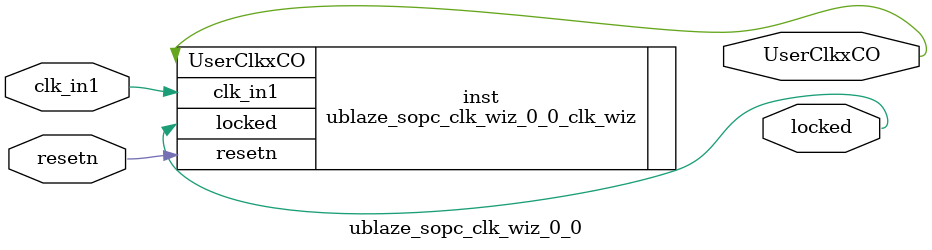
<source format=v>


`timescale 1ps/1ps

(* CORE_GENERATION_INFO = "ublaze_sopc_clk_wiz_0_0,clk_wiz_v6_0_1_0_0,{component_name=ublaze_sopc_clk_wiz_0_0,use_phase_alignment=true,use_min_o_jitter=false,use_max_i_jitter=false,use_dyn_phase_shift=false,use_inclk_switchover=false,use_dyn_reconfig=false,enable_axi=0,feedback_source=FDBK_AUTO,PRIMITIVE=MMCM,num_out_clk=1,clkin1_period=10.000,clkin2_period=10.000,use_power_down=false,use_reset=true,use_locked=true,use_inclk_stopped=false,feedback_type=SINGLE,CLOCK_MGR_TYPE=NA,manual_override=false}" *)

module ublaze_sopc_clk_wiz_0_0 
 (
  // Clock out ports
  output        UserClkxCO,
  // Status and control signals
  input         resetn,
  output        locked,
 // Clock in ports
  input         clk_in1
 );

  ublaze_sopc_clk_wiz_0_0_clk_wiz inst
  (
  // Clock out ports  
  .UserClkxCO(UserClkxCO),
  // Status and control signals               
  .resetn(resetn), 
  .locked(locked),
 // Clock in ports
  .clk_in1(clk_in1)
  );

endmodule

</source>
